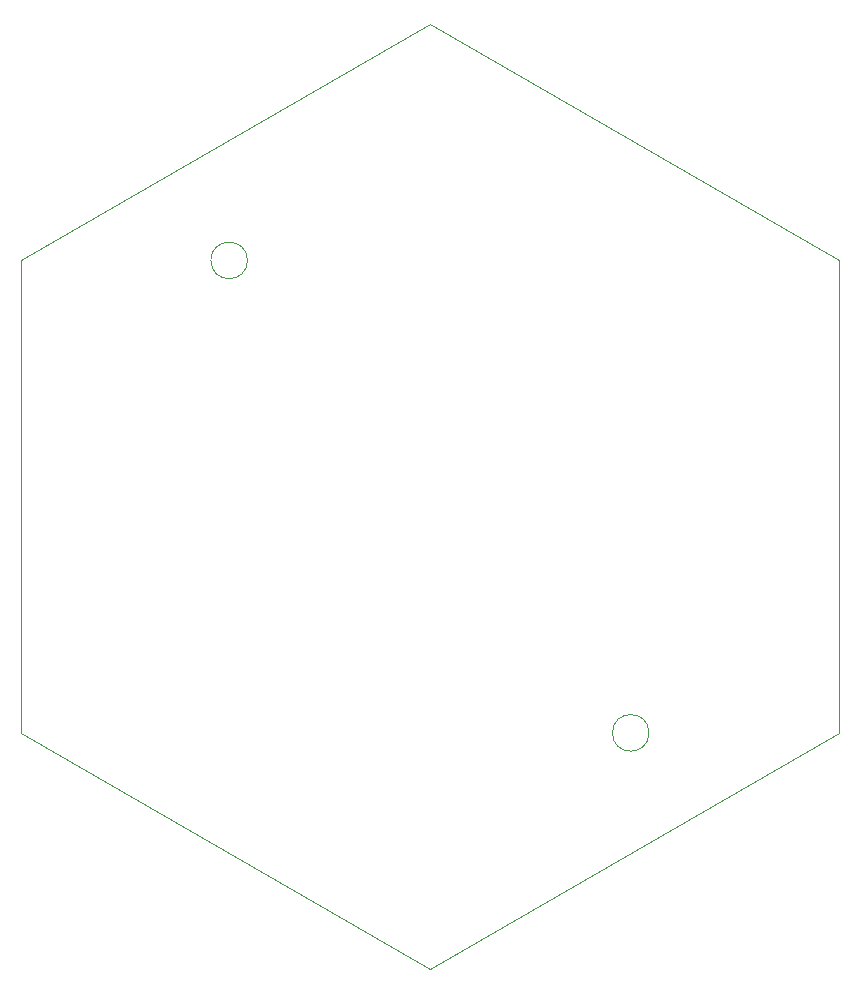
<source format=gm1>
G04 #@! TF.GenerationSoftware,KiCad,Pcbnew,5.1.5+dfsg1-2build2*
G04 #@! TF.CreationDate,2021-12-29T19:23:25+01:00*
G04 #@! TF.ProjectId,hex_base,6865785f-6261-4736-952e-6b696361645f,rev?*
G04 #@! TF.SameCoordinates,Original*
G04 #@! TF.FileFunction,Profile,NP*
%FSLAX46Y46*%
G04 Gerber Fmt 4.6, Leading zero omitted, Abs format (unit mm)*
G04 Created by KiCad (PCBNEW 5.1.5+dfsg1-2build2) date 2021-12-29 19:23:25*
%MOMM*%
%LPD*%
G04 APERTURE LIST*
%ADD10C,0.050000*%
G04 APERTURE END LIST*
D10*
X118550000Y-120000000D02*
G75*
G03X118550000Y-120000000I-1550000J0D01*
G01*
X84550000Y-80000000D02*
G75*
G03X84550000Y-80000000I-1550000J0D01*
G01*
X100000016Y-60000000D02*
X65359000Y-80000000D01*
X134641032Y-80000000D02*
X100000016Y-60000000D01*
X134641032Y-120000000D02*
X134641032Y-80000000D01*
X100000016Y-140000000D02*
X134641032Y-120000000D01*
X65359000Y-120000000D02*
X100000016Y-140000000D01*
X65359000Y-80000000D02*
X65359000Y-120000000D01*
M02*

</source>
